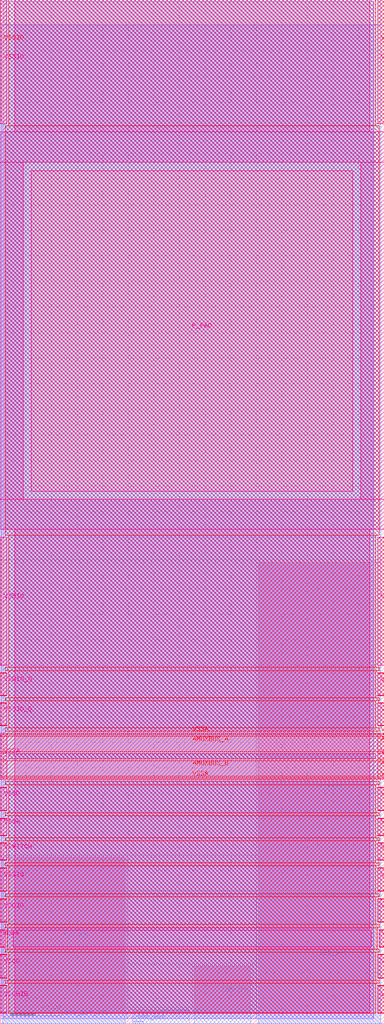
<source format=lef>
# Copyright 2020 The SkyWater PDK Authors
#
# Licensed under the Apache License, Version 2.0 (the "License");
# you may not use this file except in compliance with the License.
# You may obtain a copy of the License at
#
#     https://www.apache.org/licenses/LICENSE-2.0
#
# Unless required by applicable law or agreed to in writing, software
# distributed under the License is distributed on an "AS IS" BASIS,
# WITHOUT WARRANTIES OR CONDITIONS OF ANY KIND, either express or implied.
# See the License for the specific language governing permissions and
# limitations under the License.
#
# SPDX-License-Identifier: Apache-2.0

VERSION 5.7 ;
  NOWIREEXTENSIONATPIN ON ;
  DIVIDERCHAR "/" ;
  BUSBITCHARS "[]" ;
MACRO sky130_fd_io__top_power_hvc_wpadv2
  CLASS BLOCK ;
  FOREIGN sky130_fd_io__top_power_hvc_wpadv2 ;
  ORIGIN  0.000000  0.000000 ;
  SIZE  75.00000 BY  200.0000 ;
  PIN AMUXBUS_A
    DIRECTION INOUT ;
    PORT
      LAYER met4 ;
        RECT 0.000000 53.125000 75.000000 56.105000 ;
    END
    PORT
      LAYER met4 ;
        RECT 73.730000 53.125000 75.000000 56.105000 ;
    END
  END AMUXBUS_A
  PIN AMUXBUS_B
    DIRECTION INOUT ;
    PORT
      LAYER met4 ;
        RECT 0.000000 48.365000 75.000000 51.345000 ;
    END
    PORT
      LAYER met4 ;
        RECT 73.730000 48.365000 75.000000 51.345000 ;
    END
  END AMUXBUS_B
  PIN DRN_HVC
    DIRECTION INOUT ;
    PORT
      LAYER met2 ;
        RECT 50.390000 0.000000 74.290000 25.660000 ;
    END
    PORT
      LAYER met3 ;
        RECT 37.890000 0.000000 48.890000 11.330000 ;
    END
  END DRN_HVC
  PIN OGC_HVC
    DIRECTION INOUT ;
    PORT
      LAYER met2 ;
        RECT 25.895000 0.000000 27.895000 0.535000 ;
    END
  END OGC_HVC
  PIN P_CORE
    DIRECTION INOUT ;
    PORT
      LAYER met3 ;
        RECT 0.495000 0.000000 24.395000 32.515000 ;
    END
    PORT
      LAYER met3 ;
        RECT 50.390000 0.000000 74.290000 90.185000 ;
    END
  END P_CORE
  PIN P_PAD
    DIRECTION INOUT ;
    PORT
      LAYER met5 ;
        RECT 6.100000 104.010000 68.800000 166.625000 ;
    END
  END P_PAD
  PIN SRC_BDY_HVC
    DIRECTION INOUT ;
    PORT
      LAYER met2 ;
        RECT 0.495000 0.000000 24.395000 2.055000 ;
    END
    PORT
      LAYER met3 ;
        RECT 25.895000 0.000000 36.895000 2.725000 ;
    END
  END SRC_BDY_HVC
  PIN VCCD
    DIRECTION INOUT ;
    PORT
      LAYER met4 ;
        RECT 0.000000 8.885000 1.270000 13.535000 ;
    END
    PORT
      LAYER met4 ;
        RECT 73.730000 8.885000 75.000000 13.535000 ;
    END
    PORT
      LAYER met5 ;
        RECT 0.000000 8.985000 1.270000 13.435000 ;
    END
    PORT
      LAYER met5 ;
        RECT 73.730000 8.985000 75.000000 13.435000 ;
    END
  END VCCD
  PIN VCCHIB
    DIRECTION INOUT ;
    PORT
      LAYER met4 ;
        RECT 0.000000 2.035000 1.270000 7.485000 ;
    END
    PORT
      LAYER met4 ;
        RECT 73.730000 2.035000 75.000000 7.485000 ;
    END
    PORT
      LAYER met5 ;
        RECT 0.000000 2.135000 1.270000 7.385000 ;
    END
    PORT
      LAYER met5 ;
        RECT 73.730000 2.135000 75.000000 7.385000 ;
    END
  END VCCHIB
  PIN VDDA
    DIRECTION INOUT ;
    PORT
      LAYER met4 ;
        RECT 0.000000 14.935000 0.965000 18.385000 ;
    END
    PORT
      LAYER met4 ;
        RECT 74.035000 14.935000 75.000000 18.385000 ;
    END
    PORT
      LAYER met5 ;
        RECT 0.000000 15.035000 0.965000 18.285000 ;
    END
    PORT
      LAYER met5 ;
        RECT 74.035000 15.035000 75.000000 18.285000 ;
    END
  END VDDA
  PIN VDDIO
    DIRECTION INOUT ;
    PORT
      LAYER met4 ;
        RECT 0.000000 19.785000 1.270000 24.435000 ;
    END
    PORT
      LAYER met4 ;
        RECT 0.000000 70.035000 1.270000 95.000000 ;
    END
    PORT
      LAYER met4 ;
        RECT 73.730000 19.785000 75.000000 24.435000 ;
    END
    PORT
      LAYER met4 ;
        RECT 73.730000 70.035000 75.000000 95.000000 ;
    END
    PORT
      LAYER met5 ;
        RECT 0.000000 19.885000 1.270000 24.335000 ;
    END
    PORT
      LAYER met5 ;
        RECT 0.000000 70.035000 1.270000 94.985000 ;
    END
    PORT
      LAYER met5 ;
        RECT 73.730000 19.885000 75.000000 24.335000 ;
    END
    PORT
      LAYER met5 ;
        RECT 73.730000 70.035000 75.000000 94.985000 ;
    END
  END VDDIO
  PIN VDDIO_Q
    DIRECTION INOUT ;
    PORT
      LAYER met4 ;
        RECT 0.000000 64.085000 1.270000 68.535000 ;
    END
    PORT
      LAYER met4 ;
        RECT 73.730000 64.085000 75.000000 68.535000 ;
    END
    PORT
      LAYER met5 ;
        RECT 0.000000 64.185000 1.270000 68.435000 ;
    END
    PORT
      LAYER met5 ;
        RECT 73.730000 64.185000 75.000000 68.435000 ;
    END
  END VDDIO_Q
  PIN VSSA
    DIRECTION INOUT ;
    PORT
      LAYER met4 ;
        RECT 0.000000 36.735000 1.270000 40.185000 ;
    END
    PORT
      LAYER met4 ;
        RECT 0.000000 47.735000 75.000000 48.065000 ;
    END
    PORT
      LAYER met4 ;
        RECT 0.000000 51.645000 1.270000 52.825000 ;
    END
    PORT
      LAYER met4 ;
        RECT 0.000000 56.405000 75.000000 56.735000 ;
    END
    PORT
      LAYER met4 ;
        RECT 73.730000 36.735000 75.000000 40.185000 ;
    END
    PORT
      LAYER met4 ;
        RECT 73.730000 47.735000 75.000000 48.065000 ;
    END
    PORT
      LAYER met4 ;
        RECT 73.730000 51.645000 75.000000 52.825000 ;
    END
    PORT
      LAYER met4 ;
        RECT 73.730000 56.405000 75.000000 56.735000 ;
    END
    PORT
      LAYER met5 ;
        RECT 0.000000 36.840000 1.270000 40.085000 ;
    END
    PORT
      LAYER met5 ;
        RECT 0.000000 47.735000 1.270000 56.735000 ;
    END
    PORT
      LAYER met5 ;
        RECT 73.730000 36.840000 75.000000 40.085000 ;
    END
    PORT
      LAYER met5 ;
        RECT 73.730000 47.735000 75.000000 56.735000 ;
    END
  END VSSA
  PIN VSSD
    DIRECTION INOUT ;
    PORT
      LAYER met4 ;
        RECT 0.000000 41.585000 1.270000 46.235000 ;
    END
    PORT
      LAYER met4 ;
        RECT 73.730000 41.585000 75.000000 46.235000 ;
    END
    PORT
      LAYER met5 ;
        RECT 0.000000 41.685000 1.270000 46.135000 ;
    END
    PORT
      LAYER met5 ;
        RECT 73.730000 41.685000 75.000000 46.135000 ;
    END
  END VSSD
  PIN VSSIO
    DIRECTION INOUT ;
    PORT
      LAYER met4 ;
        RECT 0.000000 175.785000 1.270000 200.000000 ;
    END
    PORT
      LAYER met4 ;
        RECT 0.000000 25.835000 1.270000 30.485000 ;
    END
    PORT
      LAYER met4 ;
        RECT 0.630000 191.600000 0.640000 191.610000 ;
    END
    PORT
      LAYER met4 ;
        RECT 73.730000 175.785000 75.000000 200.000000 ;
    END
    PORT
      LAYER met4 ;
        RECT 73.730000 25.835000 75.000000 30.485000 ;
    END
    PORT
      LAYER met4 ;
        RECT 74.360000 191.600000 74.370000 191.610000 ;
    END
    PORT
      LAYER met5 ;
        RECT 0.000000 175.785000 1.270000 200.000000 ;
    END
    PORT
      LAYER met5 ;
        RECT 0.000000 25.935000 1.270000 30.385000 ;
    END
    PORT
      LAYER met5 ;
        RECT 73.730000 175.785000 75.000000 200.000000 ;
    END
    PORT
      LAYER met5 ;
        RECT 73.730000 25.935000 75.000000 30.385000 ;
    END
  END VSSIO
  PIN VSSIO_Q
    DIRECTION INOUT ;
    PORT
      LAYER met4 ;
        RECT 0.000000 58.235000 1.270000 62.685000 ;
    END
    PORT
      LAYER met4 ;
        RECT 73.730000 58.235000 75.000000 62.685000 ;
    END
    PORT
      LAYER met5 ;
        RECT 0.000000 58.335000 1.270000 62.585000 ;
    END
    PORT
      LAYER met5 ;
        RECT 73.730000 58.335000 75.000000 62.585000 ;
    END
  END VSSIO_Q
  PIN VSWITCH
    DIRECTION INOUT ;
    PORT
      LAYER met4 ;
        RECT 0.000000 31.885000 1.270000 35.335000 ;
    END
    PORT
      LAYER met4 ;
        RECT 73.730000 31.885000 75.000000 35.335000 ;
    END
    PORT
      LAYER met5 ;
        RECT 0.000000 31.985000 1.270000 35.235000 ;
    END
    PORT
      LAYER met5 ;
        RECT 73.730000 31.985000 75.000000 35.235000 ;
    END
  END VSWITCH
  OBS
    LAYER li1 ;
      RECT 0.610000 0.970000 72.855000 199.695000 ;
    LAYER met1 ;
      RECT 0.185000 0.970000 72.915000 199.725000 ;
    LAYER met2 ;
      RECT  0.265000  2.335000 50.110000  25.940000 ;
      RECT  0.265000 25.940000 74.290000 195.075000 ;
      RECT 24.675000  0.980000 50.110000   2.335000 ;
    LAYER met3 ;
      RECT  0.240000 32.915000 49.990000  90.585000 ;
      RECT  0.240000 90.585000 74.290000 200.000000 ;
      RECT 24.795000  2.725000 25.495000   3.125000 ;
      RECT 24.795000  3.125000 37.490000  11.730000 ;
      RECT 24.795000 11.730000 49.990000  32.915000 ;
      RECT 37.295000  2.725000 37.490000   3.125000 ;
      RECT 49.290000  2.725000 49.990000  11.730000 ;
    LAYER met4 ;
      RECT 0.965000   7.885000 74.035000   8.485000 ;
      RECT 0.965000  13.935000 74.035000  14.535000 ;
      RECT 0.965000  18.785000 74.035000  19.385000 ;
      RECT 0.965000  24.835000 74.035000  25.435000 ;
      RECT 0.965000  30.885000 74.035000  31.485000 ;
      RECT 0.965000  35.735000 74.035000  36.335000 ;
      RECT 0.965000  40.585000 74.035000  41.185000 ;
      RECT 0.965000  46.635000 74.035000  47.335000 ;
      RECT 0.965000  57.135000 74.035000  57.835000 ;
      RECT 0.965000  63.085000 74.035000  63.685000 ;
      RECT 0.965000  68.935000 74.035000  69.635000 ;
      RECT 0.965000  95.400000 74.035000 175.385000 ;
      RECT 1.365000  14.535000 73.635000  18.785000 ;
      RECT 1.670000   2.035000 73.330000   7.885000 ;
      RECT 1.670000   8.485000 73.330000  13.935000 ;
      RECT 1.670000  19.385000 73.330000  24.835000 ;
      RECT 1.670000  25.435000 73.330000  30.885000 ;
      RECT 1.670000  31.485000 73.330000  35.735000 ;
      RECT 1.670000  36.335000 73.330000  40.585000 ;
      RECT 1.670000  41.185000 73.330000  46.635000 ;
      RECT 1.670000  51.745000 73.330000  52.725000 ;
      RECT 1.670000  57.835000 73.330000  63.085000 ;
      RECT 1.670000  63.685000 73.330000  68.935000 ;
      RECT 1.670000  69.635000 73.330000  95.400000 ;
      RECT 1.670000 175.385000 73.330000 200.000000 ;
    LAYER met5 ;
      RECT  0.000000  96.585000 75.000000 102.410000 ;
      RECT  0.000000 102.410000  4.500000 168.225000 ;
      RECT  0.000000 168.225000 75.000000 174.185000 ;
      RECT  2.565000  15.035000 72.435000  18.285000 ;
      RECT  2.870000   2.135000 72.130000  15.035000 ;
      RECT  2.870000  18.285000 72.130000  96.585000 ;
      RECT  2.870000 174.185000 72.130000 200.000000 ;
      RECT 70.400000 102.410000 75.000000 168.225000 ;
  END
END sky130_fd_io__top_power_hvc_wpadv2
END LIBRARY

</source>
